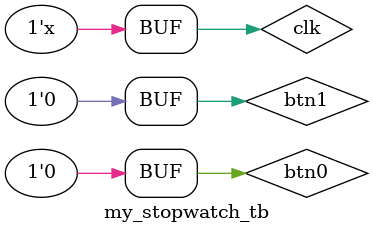
<source format=v>
`timescale 1ns / 1ps

module my_stopwatch_tb(

    );
    parameter CLK_PD = 8.00;
    reg clk, btn0, btn1;
    wire ca;
    wire [6:0]an;
    
stopwatch_top #(.CLK_FREQ(300)) uut( .CLK(clk), .BTN0(btn0), .BTN1(btn1), .CA(ca), .AN(an));
    
    initial
    begin
        clk = 0;
        btn0 = 0;
        btn1 = 0;
        #(CLK_PD*50);
        btn0 = 1;
        #(CLK_PD);
        btn0 = 0;
        #(CLK_PD*40);
        btn0 = 1;
        #(CLK_PD);
        btn0 = 0;
        #(CLK_PD*200);
        btn1 = 1;
        #(CLK_PD*650);
        btn1 = 0;
    end
    
    always #(CLK_PD/2) clk = ~clk;
endmodule

</source>
